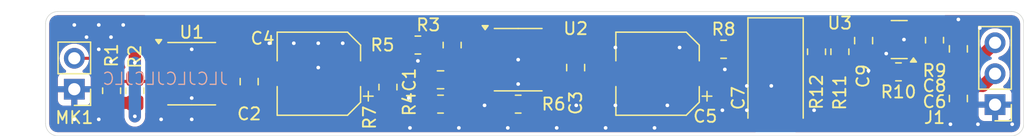
<source format=kicad_pcb>
(kicad_pcb (version 20240108) (generator "pcbnew") (generator_version "8.0")
  (layers (0 "F.Cu" signal) (31 "B.Cu" signal) (34 "B.Paste" user) (35 "F.Paste" user) (36 "B.SilkS" user "B.Silkscreen") (37 "F.SilkS" user "F.Silkscreen") (38 "B.Mask" user) (39 "F.Mask" user) (44 "Edge.Cuts" user))
  (net 0 "")
  (net 1 "GND")
  (net 2 "/VCC")
  (net 3 "/LN")
  (net 4 "/LP")
  (net 5 "/BUF_P")
  (net 6 "/BUF_N")
  (net 7 "Net-(U2--)")
  (net 8 "/MIC")
  (net 9 "Net-(C4-Pad1)")
  (net 10 "Net-(C5-Pad1)")
  (net 11 "/REG_FB")
  (net 18 "/BUF_N_REF")
  (footprint "Capacitor_SMD:CP_Elec_6.3x5.8" (layer "F.Cu") (at 130.05 40 180)
    (property "Reference" "C5" (at -3.9 -3.5 360) (layer "F.SilkS"))
    (property "Value" "47u 50V")
    (fp_line (start 3.41 3.41) (end 3.41 1.06) (stroke (width 0.12)) (layer "F.SilkS"))
    (fp_line (start 3.41 -3.41) (end 3.41 -1.06) (stroke (width 0.12)) (layer "F.SilkS"))
    (fp_line (start -2.345563 3.410001) (end 3.41 3.41) (stroke (width 0.12)) (layer "F.SilkS"))
    (fp_line (start -2.345563 -3.410001) (end 3.41 -3.41) (stroke (width 0.12)) (layer "F.SilkS"))
    (fp_line (start -3.410001 2.345563) (end -2.345563 3.410001) (stroke (width 0.12)) (layer "F.SilkS"))
    (fp_line (start -3.410001 2.345563) (end -3.41 1.06) (stroke (width 0.12)) (layer "F.SilkS"))
    (fp_line (start -3.410001 -2.345563) (end -2.345563 -3.410001) (stroke (width 0.12)) (layer "F.SilkS"))
    (fp_line (start -3.410001 -2.345563) (end -3.41 -1.06) (stroke (width 0.12)) (layer "F.SilkS"))
    (fp_line (start -4.04375 -2.24125) (end -4.043751 -1.45375) (stroke (width 0.12)) (layer "F.SilkS"))
    (fp_line (start -4.4375 -1.8475) (end -3.65 -1.8475) (stroke (width 0.12)) (layer "F.SilkS"))
    (pad "1" smd roundrect (at -2.7 0 180) (size 3.5 1.6) (layers "F.Cu" "F.Paste" "F.Mask") (roundrect_rratio 0.15625) (net 10 "Net-(C5-Pad1)"))
    (pad "2" smd roundrect (at 2.7 0 180) (size 3.5 1.6) (layers "F.Cu" "F.Paste" "F.Mask") (roundrect_rratio 0.15625) (net 6 "/BUF_N"))
  )
  (footprint "Resistor_SMD:R_0805_2012Metric_Pad1.20x1.40mm_HandSolder" (layer "F.Cu") (at 112.3 42.5)
    (property "Reference" "R4" (at -2.55 0 90) (layer "F.SilkS"))
    (property "Value" "47k")
    (fp_line (start -0.227064 -0.735) (end 0.227064 -0.735) (stroke (width 0.12)) (layer "F.SilkS"))
    (fp_line (start -0.227064 0.735) (end 0.227064 0.735) (stroke (width 0.12)) (layer "F.SilkS"))
    (pad "1" smd roundrect (at -1 0) (size 1.2 1.4) (layers "F.Cu" "F.Paste" "F.Mask") (roundrect_rratio 0.208333) (net 1 "GND"))
    (pad "2" smd roundrect (at 1 0) (size 1.2 1.4) (layers "F.Cu" "F.Paste" "F.Mask") (roundrect_rratio 0.208333) (net 18 "/BUF_N_REF"))
  )
  (footprint "Resistor_SMD:R_0805_2012Metric_Pad1.20x1.40mm_HandSolder" (layer "F.Cu") (at 85.4 41.4 90)
    (property "Reference" "R1" (at 2.9 0 90) (layer "F.SilkS"))
    (property "Value" "10k*")
    (fp_line (start -0.227064 -0.735) (end 0.227064 -0.735) (stroke (width 0.12)) (layer "F.SilkS"))
    (fp_line (start -0.227064 0.735) (end 0.227064 0.735) (stroke (width 0.12)) (layer "F.SilkS"))
    (pad "1" smd roundrect (at -1 0 90) (size 1.2 1.4) (layers "F.Cu" "F.Paste" "F.Mask") (roundrect_rratio 0.208333) (net 2 "/VCC"))
    (pad "2" smd roundrect (at 1 0 90) (size 1.2 1.4) (layers "F.Cu" "F.Paste" "F.Mask") (roundrect_rratio 0.208333) (net 8 "/MIC"))
  )
  (footprint "Capacitor_SMD:C_0805_2012Metric_Pad1.18x1.45mm_HandSolder" (layer "F.Cu") (at 154.65 42.0375 -90)
    (property "Reference" "C6" (at 0.2625 1.95 180) (layer "F.SilkS"))
    (property "Value" "22n")
    (fp_line (start -0.261253 0.735) (end 0.261253 0.735) (stroke (width 0.12)) (layer "F.SilkS"))
    (fp_line (start -0.261253 -0.735) (end 0.261253 -0.735) (stroke (width 0.12)) (layer "F.SilkS"))
    (pad "1" smd roundrect (at -1.0375 0 270) (size 1.175 1.45) (layers "F.Cu" "F.Paste" "F.Mask") (roundrect_rratio 0.212766) (net 4 "/LP"))
    (pad "2" smd roundrect (at 1.0375 0 270) (size 1.175 1.45) (layers "F.Cu" "F.Paste" "F.Mask") (roundrect_rratio 0.212766) (net 1 "GND"))
  )
  (footprint "Resistor_SMD:R_0805_2012Metric_Pad1.20x1.40mm_HandSolder" (layer "F.Cu") (at 110.45 37.65)
    (property "Reference" "R5" (at -2.9 0 360) (layer "F.SilkS"))
    (property "Value" "2.2k")
    (fp_line (start -0.227064 -0.735) (end 0.227064 -0.735) (stroke (width 0.12)) (layer "F.SilkS"))
    (fp_line (start -0.227064 0.735) (end 0.227064 0.735) (stroke (width 0.12)) (layer "F.SilkS"))
    (pad "1" smd roundrect (at -1 0) (size 1.2 1.4) (layers "F.Cu" "F.Paste" "F.Mask") (roundrect_rratio 0.208333) (net 5 "/BUF_P"))
    (pad "2" smd roundrect (at 1 0) (size 1.2 1.4) (layers "F.Cu" "F.Paste" "F.Mask") (roundrect_rratio 0.208333) (net 7 "Net-(U2--)"))
  )
  (footprint "Connector_PinHeader_2.54mm:PinHeader_1x02_P2.54mm_Vertical" (layer "F.Cu") (at 82.35 41.275 180)
    (property "Reference" "MK1" (at 0 -2.33 360) (layer "F.SilkS"))
    (property "Value" "Electret w/ FET")
    (fp_line (start 1.33 1.270001) (end 1.33 3.87) (stroke (width 0.12)) (layer "F.SilkS"))
    (fp_line (start -1.33 3.87) (end 1.33 3.87) (stroke (width 0.12)) (layer "F.SilkS"))
    (fp_line (start -1.33 1.270001) (end 1.33 1.270001) (stroke (width 0.12)) (layer "F.SilkS"))
    (fp_line (start -1.33 1.270001) (end -1.33 3.87) (stroke (width 0.12)) (layer "F.SilkS"))
    (fp_line (start -1.33 0) (end -1.33 -1.33) (stroke (width 0.12)) (layer "F.SilkS"))
    (fp_line (start -1.33 -1.33) (end 0 -1.33) (stroke (width 0.12)) (layer "F.SilkS"))
    (pad "1" thru_hole rect (at 0 0 180) (size 1.7 1.7) (drill 1) (layers "*.Cu" "*.Mask") (net 1 "GND"))
    (pad "2" thru_hole oval (at 0 2.54 180) (size 1.7 1.7) (drill 1) (layers "*.Cu" "*.Mask") (net 8 "/MIC"))
  )
  (footprint "Capacitor_SMD:C_0805_2012Metric_Pad1.18x1.45mm_HandSolder" (layer "F.Cu") (at 96.65 40.65 -90)
    (property "Reference" "C2" (at 2.65 0 180) (layer "F.SilkS"))
    (property "Value" "0.1u")
    (fp_line (start -0.261253 0.735) (end 0.261253 0.735) (stroke (width 0.12)) (layer "F.SilkS"))
    (fp_line (start -0.261253 -0.735) (end 0.261253 -0.735) (stroke (width 0.12)) (layer "F.SilkS"))
    (pad "1" smd roundrect (at -1.0375 0 270) (size 1.175 1.45) (layers "F.Cu" "F.Paste" "F.Mask") (roundrect_rratio 0.212766) (net 2 "/VCC"))
    (pad "2" smd roundrect (at 1.0375 0 270) (size 1.175 1.45) (layers "F.Cu" "F.Paste" "F.Mask") (roundrect_rratio 0.212766) (net 1 "GND"))
  )
  (footprint "Capacitor_Tantalum_SMD:CP_EIA-7343-31_Kemet-D_Pad2.25x2.55mm_HandSolder" (layer "F.Cu") (at 139.7 40 -90)
    (property "Reference" "C7" (at 2 3.05 90) (layer "F.SilkS"))
    (property "Value" "47u 25V")
    (fp_line (start -4.585 2.26) (end 3.65 2.26) (stroke (width 0.12)) (layer "F.SilkS"))
    (fp_line (start -4.585 -2.26) (end -4.585 2.26) (stroke (width 0.12)) (layer "F.SilkS"))
    (fp_line (start 3.65 -2.26) (end -4.585 -2.26) (stroke (width 0.12)) (layer "F.SilkS"))
    (pad "1" smd roundrect (at -3.2 0 270) (size 2.25 2.55) (layers "F.Cu" "F.Paste" "F.Mask") (roundrect_rratio 0.111111) (net 2 "/VCC"))
    (pad "2" smd roundrect (at 3.2 0 270) (size 2.25 2.55) (layers "F.Cu" "F.Paste" "F.Mask") (roundrect_rratio 0.111111) (net 1 "GND"))
  )
  (footprint "Resistor_SMD:R_0805_2012Metric_Pad1.20x1.40mm_HandSolder" (layer "F.Cu") (at 87.3 41.4 90)
    (property "Reference" "R2" (at 2.8 0 90) (layer "F.SilkS"))
    (property "Value" "~")
    (fp_line (start -0.227064 -0.735) (end 0.227064 -0.735) (stroke (width 0.12)) (layer "F.SilkS"))
    (fp_line (start -0.227064 0.735) (end 0.227064 0.735) (stroke (width 0.12)) (layer "F.SilkS"))
    (pad "1" smd roundrect (at -1 0 90) (size 1.2 1.4) (layers "F.Cu" "F.Paste" "F.Mask") (roundrect_rratio 0.208333) (net 2 "/VCC"))
    (pad "2" smd roundrect (at 1 0 90) (size 1.2 1.4) (layers "F.Cu" "F.Paste" "F.Mask") (roundrect_rratio 0.208333) (net 8 "/MIC"))
  )
  (footprint "Resistor_SMD:R_0805_2012Metric_Pad1.20x1.40mm_HandSolder" (layer "F.Cu") (at 118.65 42.5)
    (property "Reference" "R6" (at 2.9 0 360) (layer "F.SilkS"))
    (property "Value" "2.2k")
    (fp_line (start -0.227064 -0.735) (end 0.227064 -0.735) (stroke (width 0.12)) (layer "F.SilkS"))
    (fp_line (start -0.227064 0.735) (end 0.227064 0.735) (stroke (width 0.12)) (layer "F.SilkS"))
    (pad "1" smd roundrect (at -1 0) (size 1.2 1.4) (layers "F.Cu" "F.Paste" "F.Mask") (roundrect_rratio 0.208333) (net 7 "Net-(U2--)"))
    (pad "2" smd roundrect (at 1 0) (size 1.2 1.4) (layers "F.Cu" "F.Paste" "F.Mask") (roundrect_rratio 0.208333) (net 6 "/BUF_N"))
  )
  (footprint "Resistor_SMD:R_0805_2012Metric_Pad1.20x1.40mm_HandSolder" (layer "F.Cu") (at 135.45 38)
    (property "Reference" "R8" (at 0 -1.65 360) (layer "F.SilkS"))
    (property "Value" "47")
    (fp_line (start -0.227064 -0.735) (end 0.227064 -0.735) (stroke (width 0.12)) (layer "F.SilkS"))
    (fp_line (start -0.227064 0.735) (end 0.227064 0.735) (stroke (width 0.12)) (layer "F.SilkS"))
    (pad "1" smd roundrect (at -1 0) (size 1.2 1.4) (layers "F.Cu" "F.Paste" "F.Mask") (roundrect_rratio 0.208333) (net 10 "Net-(C5-Pad1)"))
    (pad "2" smd roundrect (at 1 0) (size 1.2 1.4) (layers "F.Cu" "F.Paste" "F.Mask") (roundrect_rratio 0.208333) (net 3 "/LN"))
  )
  (footprint "Package_SO:SOIC-8_3.9x4.9mm_P1.27mm" (layer "F.Cu") (at 118.65 38.85)
    (property "Reference" "U2" (at 4.7 -2.55 360) (layer "F.SilkS"))
    (property "Value" "OPA1641")
    (fp_line (start 0 -2.559999) (end -1.95 -2.56) (stroke (width 0.12)) (layer "F.SilkS"))
    (fp_line (start 0 -2.559999) (end 1.95 -2.56) (stroke (width 0.12)) (layer "F.SilkS"))
    (fp_line (start 0 2.559999) (end -1.95 2.56) (stroke (width 0.12)) (layer "F.SilkS"))
    (fp_line (start 0 2.559999) (end 1.95 2.56) (stroke (width 0.12)) (layer "F.SilkS"))
    (fp_poly (pts (xy -2.7 -2.465) (xy -2.939999 -2.795) (xy -2.46 -2.795) (xy -2.7 -2.465)) (stroke (width 0.12)) (fill solid) (layer "F.SilkS"))
    (pad "1" smd roundrect (at -2.475 -1.905) (size 1.95 0.6) (layers "F.Cu" "F.Paste" "F.Mask"))
    (pad "2" smd roundrect (at -2.475 -0.635) (size 1.95 0.6) (layers "F.Cu" "F.Paste" "F.Mask") (net 7 "Net-(U2--)"))
    (pad "3" smd roundrect (at -2.475 0.635) (size 1.95 0.6) (layers "F.Cu" "F.Paste" "F.Mask") (net 18 "/BUF_N_REF"))
    (pad "4" smd roundrect (at -2.475 1.905) (size 1.95 0.6) (layers "F.Cu" "F.Paste" "F.Mask") (net 1 "GND"))
    (pad "5" smd roundrect (at 2.475 1.905) (size 1.95 0.6) (layers "F.Cu" "F.Paste" "F.Mask"))
    (pad "6" smd roundrect (at 2.475 0.635) (size 1.95 0.6) (layers "F.Cu" "F.Paste" "F.Mask") (net 6 "/BUF_N"))
    (pad "7" smd roundrect (at 2.475 -0.635) (size 1.95 0.6) (layers "F.Cu" "F.Paste" "F.Mask") (net 2 "/VCC"))
    (pad "8" smd roundrect (at 2.475 -1.905) (size 1.95 0.6) (layers "F.Cu" "F.Paste" "F.Mask"))
  )
  (footprint "Resistor_SMD:R_0805_2012Metric_Pad1.20x1.40mm_HandSolder" (layer "F.Cu") (at 149.75 39.85 180)
    (property "Reference" "R10" (at 0 -1.65 360) (layer "F.SilkS"))
    (property "Value" "10k")
    (fp_line (start -0.227064 0.735) (end 0.227064 0.735) (stroke (width 0.12)) (layer "F.SilkS"))
    (fp_line (start -0.227064 -0.735) (end 0.227064 -0.735) (stroke (width 0.12)) (layer "F.SilkS"))
    (pad "1" smd roundrect (at -1 0 180) (size 1.2 1.4) (layers "F.Cu" "F.Paste" "F.Mask") (roundrect_rratio 0.208333) (net 11 "/REG_FB"))
    (pad "2" smd roundrect (at 1 0 180) (size 1.2 1.4) (layers "F.Cu" "F.Paste" "F.Mask") (roundrect_rratio 0.208333) (net 1 "GND"))
  )
  (footprint "Package_SO:SOIC-8_3.9x4.9mm_P1.27mm" (layer "F.Cu") (at 91.95 40)
    (property "Reference" "U1" (at 0 -3.4 360) (layer "F.SilkS"))
    (property "Value" "OPA1641")
    (fp_line (start 0 -2.559999) (end -1.95 -2.56) (stroke (width 0.12)) (layer "F.SilkS"))
    (fp_line (start 0 -2.559999) (end 1.95 -2.56) (stroke (width 0.12)) (layer "F.SilkS"))
    (fp_line (start 0 2.559999) (end -1.95 2.56) (stroke (width 0.12)) (layer "F.SilkS"))
    (fp_line (start 0 2.559999) (end 1.95 2.56) (stroke (width 0.12)) (layer "F.SilkS"))
    (fp_poly (pts (xy -2.7 -2.465) (xy -2.939999 -2.795) (xy -2.46 -2.795) (xy -2.7 -2.465)) (stroke (width 0.12)) (fill solid) (layer "F.SilkS"))
    (pad "1" smd roundrect (at -2.475 -1.905) (size 1.95 0.6) (layers "F.Cu" "F.Paste" "F.Mask"))
    (pad "2" smd roundrect (at -2.475 -0.635) (size 1.95 0.6) (layers "F.Cu" "F.Paste" "F.Mask") (net 5 "/BUF_P"))
    (pad "3" smd roundrect (at -2.475 0.635) (size 1.95 0.6) (layers "F.Cu" "F.Paste" "F.Mask") (net 8 "/MIC"))
    (pad "4" smd roundrect (at -2.475 1.905) (size 1.95 0.6) (layers "F.Cu" "F.Paste" "F.Mask") (net 1 "GND"))
    (pad "5" smd roundrect (at 2.475 1.905) (size 1.95 0.6) (layers "F.Cu" "F.Paste" "F.Mask"))
    (pad "6" smd roundrect (at 2.475 0.635) (size 1.95 0.6) (layers "F.Cu" "F.Paste" "F.Mask") (net 5 "/BUF_P"))
    (pad "7" smd roundrect (at 2.475 -0.635) (size 1.95 0.6) (layers "F.Cu" "F.Paste" "F.Mask") (net 2 "/VCC"))
    (pad "8" smd roundrect (at 2.475 -1.905) (size 1.95 0.6) (layers "F.Cu" "F.Paste" "F.Mask"))
  )
  (footprint "Capacitor_SMD:CP_Elec_6.3x5.8" (layer "F.Cu") (at 102.35 40 180)
    (property "Reference" "C4" (at 4.6 2.9 360) (layer "F.SilkS"))
    (property "Value" "47u 50V")
    (fp_line (start 3.41 3.41) (end 3.41 1.06) (stroke (width 0.12)) (layer "F.SilkS"))
    (fp_line (start 3.41 -3.41) (end 3.41 -1.06) (stroke (width 0.12)) (layer "F.SilkS"))
    (fp_line (start -2.345563 3.410001) (end 3.41 3.41) (stroke (width 0.12)) (layer "F.SilkS"))
    (fp_line (start -2.345563 -3.410001) (end 3.41 -3.41) (stroke (width 0.12)) (layer "F.SilkS"))
    (fp_line (start -3.410001 2.345563) (end -2.345563 3.410001) (stroke (width 0.12)) (layer "F.SilkS"))
    (fp_line (start -3.410001 2.345563) (end -3.41 1.06) (stroke (width 0.12)) (layer "F.SilkS"))
    (fp_line (start -3.410001 -2.345563) (end -2.345563 -3.410001) (stroke (width 0.12)) (layer "F.SilkS"))
    (fp_line (start -3.410001 -2.345563) (end -3.41 -1.06) (stroke (width 0.12)) (layer "F.SilkS"))
    (fp_line (start -4.04375 -2.24125) (end -4.043751 -1.45375) (stroke (width 0.12)) (layer "F.SilkS"))
    (fp_line (start -4.4375 -1.8475) (end -3.65 -1.8475) (stroke (width 0.12)) (layer "F.SilkS"))
    (pad "1" smd roundrect (at -2.7 0 180) (size 3.5 1.6) (layers "F.Cu" "F.Paste" "F.Mask") (roundrect_rratio 0.15625) (net 9 "Net-(C4-Pad1)"))
    (pad "2" smd roundrect (at 2.7 0 180) (size 3.5 1.6) (layers "F.Cu" "F.Paste" "F.Mask") (roundrect_rratio 0.15625) (net 5 "/BUF_P"))
  )
  (footprint "Resistor_SMD:R_0805_2012Metric_Pad1.20x1.40mm_HandSolder" (layer "F.Cu") (at 144.960001 38.2 -90)
    (property "Reference" "R11" (at 3.35 0.010001 90) (layer "F.SilkS"))
    (property "Value" "2.2k")
    (fp_line (start -0.227064 0.735) (end 0.227064 0.735) (stroke (width 0.12)) (layer "F.SilkS"))
    (fp_line (start -0.227064 -0.735) (end 0.227064 -0.735) (stroke (width 0.12)) (layer "F.SilkS"))
    (pad "1" smd roundrect (at -1 0 270) (size 1.2 1.4) (layers "F.Cu" "F.Paste" "F.Mask") (roundrect_rratio 0.208333) (net 2 "/VCC"))
    (pad "2" smd roundrect (at 1 0 270) (size 1.2 1.4) (layers "F.Cu" "F.Paste" "F.Mask") (roundrect_rratio 0.208333) (net 3 "/LN"))
  )
  (footprint "Capacitor_SMD:C_0805_2012Metric_Pad1.18x1.45mm_HandSolder" (layer "F.Cu") (at 123.35 39.5 -90)
    (property "Reference" "C3" (at 2.9 0 90) (layer "F.SilkS"))
    (property "Value" "0.1u")
    (fp_line (start -0.261253 0.735) (end 0.261253 0.735) (stroke (width 0.12)) (layer "F.SilkS"))
    (fp_line (start -0.261253 -0.735) (end 0.261253 -0.735) (stroke (width 0.12)) (layer "F.SilkS"))
    (pad "1" smd roundrect (at -1.0375 0 270) (size 1.175 1.45) (layers "F.Cu" "F.Paste" "F.Mask") (roundrect_rratio 0.212766) (net 2 "/VCC"))
    (pad "2" smd roundrect (at 1.0375 0 270) (size 1.175 1.45) (layers "F.Cu" "F.Paste" "F.Mask") (roundrect_rratio 0.212766) (net 1 "GND"))
  )
  (footprint "Connector_PinHeader_2.54mm:PinHeader_1x03_P2.54mm_Vertical" (layer "F.Cu") (at 157.65 42.54 180)
    (property "Reference" "J1" (at 4.95 -1.06 180) (layer "F.SilkS"))
    (property "Value" "XLR3")
    (fp_line (start 1.33 1.27) (end 1.33 6.41) (stroke (width 0.12)) (layer "F.SilkS"))
    (fp_line (start -1.33 6.41) (end 1.33 6.41) (stroke (width 0.12)) (layer "F.SilkS"))
    (fp_line (start -1.33 1.27) (end 1.33 1.27) (stroke (width 0.12)) (layer "F.SilkS"))
    (fp_line (start -1.33 1.27) (end -1.33 6.41) (stroke (width 0.12)) (layer "F.SilkS"))
    (fp_line (start -1.33 0) (end -1.33 -1.33) (stroke (width 0.12)) (layer "F.SilkS"))
    (fp_line (start -1.33 -1.33) (end 0 -1.33) (stroke (width 0.12)) (layer "F.SilkS"))
    (pad "1" thru_hole rect (at 0 0 180) (size 1.7 1.7) (drill 1) (layers "*.Cu" "*.Mask") (net 1 "GND"))
    (pad "2" thru_hole oval (at 0 2.54 180) (size 1.7 1.7) (drill 1) (layers "*.Cu" "*.Mask") (net 4 "/LP"))
    (pad "3" thru_hole oval (at 0 5.08 180) (size 1.7 1.7) (drill 1) (layers "*.Cu" "*.Mask") (net 3 "/LN"))
  )
  (footprint "Capacitor_SMD:C_0805_2012Metric_Pad1.18x1.45mm_HandSolder" (layer "F.Cu") (at 146.9 37.2875 -90)
    (property "Reference" "C9" (at 2.9125 0.05 90) (layer "F.SilkS"))
    (property "Value" "0.1u")
    (fp_line (start -0.261253 0.735) (end 0.261253 0.735) (stroke (width 0.12)) (layer "F.SilkS"))
    (fp_line (start -0.261253 -0.735) (end 0.261253 -0.735) (stroke (width 0.12)) (layer "F.SilkS"))
    (pad "1" smd roundrect (at -1.0375 0 270) (size 1.175 1.45) (layers "F.Cu" "F.Paste" "F.Mask") (roundrect_rratio 0.212766) (net 2 "/VCC"))
    (pad "2" smd roundrect (at 1.0375 0 270) (size 1.175 1.45) (layers "F.Cu" "F.Paste" "F.Mask") (roundrect_rratio 0.212766) (net 1 "GND"))
  )
  (footprint "Resistor_SMD:R_0805_2012Metric_Pad1.20x1.40mm_HandSolder" (layer "F.Cu") (at 108 41.1 -90)
    (property "Reference" "R7" (at 2.5 1.5 -90) (layer "F.SilkS"))
    (property "Value" "47")
    (fp_line (start -0.227064 0.735) (end 0.227064 0.735) (stroke (width 0.12)) (layer "F.SilkS"))
    (fp_line (start -0.227064 -0.735) (end 0.227064 -0.735) (stroke (width 0.12)) (layer "F.SilkS"))
    (pad "1" smd roundrect (at -1 0 270) (size 1.2 1.4) (layers "F.Cu" "F.Paste" "F.Mask") (roundrect_rratio 0.208333) (net 9 "Net-(C4-Pad1)"))
    (pad "2" smd roundrect (at 1 0 270) (size 1.2 1.4) (layers "F.Cu" "F.Paste" "F.Mask") (roundrect_rratio 0.208333) (net 4 "/LP"))
  )
  (footprint "Capacitor_SMD:C_0805_2012Metric_Pad1.18x1.45mm_HandSolder" (layer "F.Cu") (at 112.3 40.5 180)
    (property "Reference" "C1" (at 2.55 0 90) (layer "F.SilkS"))
    (property "Value" "0.1u")
    (fp_line (start -0.261253 0.735) (end 0.261253 0.735) (stroke (width 0.12)) (layer "F.SilkS"))
    (fp_line (start -0.261253 -0.735) (end 0.261253 -0.735) (stroke (width 0.12)) (layer "F.SilkS"))
    (pad "1" smd roundrect (at -1.0375 0 180) (size 1.175 1.45) (layers "F.Cu" "F.Paste" "F.Mask") (roundrect_rratio 0.212766) (net 18 "/BUF_N_REF"))
    (pad "2" smd roundrect (at 1.0375 0 180) (size 1.175 1.45) (layers "F.Cu" "F.Paste" "F.Mask") (roundrect_rratio 0.212766) (net 1 "GND"))
  )
  (footprint "Resistor_SMD:R_0805_2012Metric_Pad1.20x1.40mm_HandSolder" (layer "F.Cu") (at 152.7 37.25 -90)
    (property "Reference" "R9" (at 2.5 0 180) (layer "F.SilkS"))
    (property "Value" "68k")
    (fp_line (start -0.227064 0.735) (end 0.227064 0.735) (stroke (width 0.12)) (layer "F.SilkS"))
    (fp_line (start -0.227064 -0.735) (end 0.227064 -0.735) (stroke (width 0.12)) (layer "F.SilkS"))
    (pad "1" smd roundrect (at -1 0 270) (size 1.2 1.4) (layers "F.Cu" "F.Paste" "F.Mask") (roundrect_rratio 0.208333) (net 2 "/VCC"))
    (pad "2" smd roundrect (at 1 0 270) (size 1.2 1.4) (layers "F.Cu" "F.Paste" "F.Mask") (roundrect_rratio 0.208333) (net 11 "/REG_FB"))
  )
  (footprint "Package_TO_SOT_SMD:SOT-23" (layer "F.Cu") (at 149.8125 37.2 180)
    (property "Reference" "U3" (at 4.8625 1.35 360) (layer "F.SilkS"))
    (property "Value" "TS432")
    (fp_line (start 0 1.560001) (end 0.65 1.56) (stroke (width 0.12)) (layer "F.SilkS"))
    (fp_line (start 0 1.560001) (end -0.65 1.56) (stroke (width 0.12)) (layer "F.SilkS"))
    (fp_line (start 0 -1.560001) (end 0.65 -1.56) (stroke (width 0.12)) (layer "F.SilkS"))
    (fp_line (start 0 -1.560001) (end -0.65 -1.56) (stroke (width 0.12)) (layer "F.SilkS"))
    (fp_poly (pts (xy -1.1625 -1.51) (xy -1.4025 -1.84) (xy -0.9225 -1.839999) (xy -1.1625 -1.51)) (stroke (width 0.12)) (fill solid) (layer "F.SilkS"))
    (pad "1" smd roundrect (at -0.9375 -0.95 180) (size 1.475 0.6) (layers "F.Cu" "F.Paste" "F.Mask") (net 11 "/REG_FB"))
    (pad "2" smd roundrect (at -0.9375 0.95 180) (size 1.475 0.6) (layers "F.Cu" "F.Paste" "F.Mask") (net 2 "/VCC"))
    (pad "3" smd roundrect (at 0.937501 0 180) (size 1.475 0.6) (layers "F.Cu" "F.Paste" "F.Mask") (net 1 "GND"))
  )
  (footprint "Capacitor_SMD:C_0805_2012Metric_Pad1.18x1.45mm_HandSolder" (layer "F.Cu") (at 154.65 37.9625 90)
    (property "Reference" "C8" (at -3.0375 -1.95 180) (layer "F.SilkS"))
    (property "Value" "22n")
    (fp_line (start -0.261253 -0.735) (end 0.261253 -0.735) (stroke (width 0.12)) (layer "F.SilkS"))
    (fp_line (start -0.261253 0.735) (end 0.261253 0.735) (stroke (width 0.12)) (layer "F.SilkS"))
    (pad "1" smd roundrect (at -1.0375 0 90) (size 1.175 1.45) (layers "F.Cu" "F.Paste" "F.Mask") (roundrect_rratio 0.212766) (net 3 "/LN"))
    (pad "2" smd roundrect (at 1.0375 0 90) (size 1.175 1.45) (layers "F.Cu" "F.Paste" "F.Mask") (roundrect_rratio 0.212766) (net 1 "GND"))
  )
  (footprint "Resistor_SMD:R_0805_2012Metric_Pad1.20x1.40mm_HandSolder" (layer "F.Cu") (at 113.25 37.65 90)
    (property "Reference" "R3" (at 1.65 -1.95 180) (layer "F.SilkS"))
    (property "Value" "47k")
    (fp_line (start -0.227064 -0.735) (end 0.227064 -0.735) (stroke (width 0.12)) (layer "F.SilkS"))
    (fp_line (start -0.227064 0.735) (end 0.227064 0.735) (stroke (width 0.12)) (layer "F.SilkS"))
    (pad "1" smd roundrect (at -1 0 90) (size 1.2 1.4) (layers "F.Cu" "F.Paste" "F.Mask") (roundrect_rratio 0.208333) (net 18 "/BUF_N_REF"))
    (pad "2" smd roundrect (at 1 0 90) (size 1.2 1.4) (layers "F.Cu" "F.Paste" "F.Mask") (roundrect_rratio 0.208333) (net 2 "/VCC"))
  )
  (footprint "Resistor_SMD:R_0805_2012Metric_Pad1.20x1.40mm_HandSolder" (layer "F.Cu") (at 143.05 38.2 -90)
    (property "Reference" "R12" (at 3.3 0 90) (layer "F.SilkS"))
    (property "Value" "2.2k")
    (fp_line (start -0.227064 0.735) (end 0.227064 0.735) (stroke (width 0.12)) (layer "F.SilkS"))
    (fp_line (start -0.227064 -0.735) (end 0.227064 -0.735) (stroke (width 0.12)) (layer "F.SilkS"))
    (pad "1" smd roundrect (at -1 0 270) (size 1.2 1.4) (layers "F.Cu" "F.Paste" "F.Mask") (roundrect_rratio 0.208333) (net 2 "/VCC"))
    (pad "2" smd roundrect (at 1 0 270) (size 1.2 1.4) (layers "F.Cu" "F.Paste" "F.Mask") (roundrect_rratio 0.208333) (net 4 "/LP"))
  )
  (gr_line (start 159 45.1) (end 81 45.1) (stroke (width 0.05)) (layer "Edge.Cuts"))
  (gr_line (start 81 34.9) (end 159 34.9) (stroke (width 0.05)) (layer "Edge.Cuts"))
  (gr_arc (start 160 44.1) (mid 159.707107 44.807107) (end 159 45.1) (stroke (width 0.05)) (layer "Edge.Cuts"))
  (gr_arc (start 81 45.1) (mid 80.292893 44.807107) (end 80 44.1) (stroke (width 0.05)) (layer "Edge.Cuts"))
  (gr_arc (start 80 35.9) (mid 80.292893 35.192893) (end 81 34.9) (stroke (width 0.05)) (layer "Edge.Cuts"))
  (gr_line (start 80 44.1) (end 80 35.9) (stroke (width 0.05)) (layer "Edge.Cuts"))
  (gr_line (start 160 35.9) (end 160 44.1) (stroke (width 0.05)) (layer "Edge.Cuts"))
  (gr_arc (start 159 34.9) (mid 159.707107 35.192893) (end 160 35.9) (stroke (width 0.05)) (layer "Edge.Cuts"))
  (gr_text "JLCJLCJLCJLC" (at 95 41 0) (layer "B.SilkS") (effects (font (size 1 1) (thickness 0.1)) (justify left bottom mirror)))
  (via (at 104.3 37.5) (size 0.6) (drill 0.3) (layers "F.Cu" "B.Cu") (net 1))
  (via (at 137.35 41) (size 0.6) (drill 0.3) (layers "F.Cu" "B.Cu") (net 1))
  (via (at 113.8 44.45) (size 0.6) (drill 0.3) (layers "F.Cu" "B.Cu") (net 1))
  (via (at 115.9 42.6) (size 0.6) (drill 0.3) (layers "F.Cu" "B.Cu") (net 1))
  (via (at 139.35 41) (size 0.6) (drill 0.3) (layers "F.Cu" "B.Cu") (net 1))
  (via (at 135.35 43) (size 0.6) (drill 0.3) (layers "F.Cu" "B.Cu") (net 1))
  (via (at 121.8 44.45) (size 0.6) (drill 0.3) (layers "F.Cu" "B.Cu") (net 1))
  (via (at 154 44.15) (size 0.6) (drill 0.3) (layers "F.Cu" "B.Cu") (net 1))
  (via (at 147.3 39.75) (size 0.6) (drill 0.3) (layers "F.Cu" "B.Cu") (net 1))
  (via (at 109.7 42) (size 0.6) (drill 0.3) (layers "F.Cu" "B.Cu") (net 1))
  (via (at 98.3 37.5) (size 0.6) (drill 0.3) (layers "F.Cu" "B.Cu") (net 1))
  (via (at 102.3 39.5) (size 0.6) (drill 0.3) (layers "F.Cu" "B.Cu") (net 1))
  (via (at 150.2 37.2) (size 0.6) (drill 0.3) (layers "F.Cu" "B.Cu") (net 1))
  (via (at 156.25 44.15) (size 0.6) (drill 0.3) (layers "F.Cu" "B.Cu") (net 1))
  (via (at 117.8 44.45) (size 0.6) (drill 0.3) (layers "F.Cu" "B.Cu") (net 1))
  (via (at 110.45 38.95) (size 0.6) (drill 0.3) (layers "F.Cu" "B.Cu") (net 1))
  (via (at 91.95 38) (size 0.6) (drill 0.3) (layers "F.Cu" "B.Cu") (net 1))
  (via (at 148.75 38.35) (size 0.6) (drill 0.3) (layers "F.Cu" "B.Cu") (net 1))
  (via (at 123.4 42.6) (size 0.6) (drill 0.3) (layers "F.Cu" "B.Cu") (net 1))
  (via (at 83.35 37) (size 0.6) (drill 0.3) (layers "F.Cu" "B.Cu") (net 1))
  (via (at 126.6 42.6) (size 0.6) (drill 0.3) (layers "F.Cu" "B.Cu") (net 1))
  (via (at 159.05 44.15) (size 0.6) (drill 0.3) (layers "F.Cu" "B.Cu") (net 1))
  (via (at 82.35 43.75) (size 0.6) (drill 0.3) (layers "F.Cu" "B.Cu") (net 1))
  (via (at 89.45 43.75) (size 0.6) (drill 0.3) (layers "F.Cu" "B.Cu") (net 1))
  (via (at 135.55 39.65) (size 0.6) (drill 0.3) (layers "F.Cu" "B.Cu") (net 1))
  (via (at 84.35 38) (size 0.6) (drill 0.3) (layers "F.Cu" "B.Cu") (net 1))
  (via (at 154.65 35.55) (size 0.6) (drill 0.3) (layers "F.Cu" "B.Cu") (net 1))
  (via (at 85.35 39) (size 0.6) (drill 0.3) (layers "F.Cu" "B.Cu") (net 1))
  (via (at 137.35 43) (size 0.6) (drill 0.3) (layers "F.Cu" "B.Cu") (net 1))
  (via (at 130.85 42.6) (size 0.6) (drill 0.3) (layers "F.Cu" "B.Cu") (net 1))
  (via (at 142.85 43) (size 0.6) (drill 0.3) (layers "F.Cu" "B.Cu") (net 1))
  (via (at 91.95 42) (size 0.6) (drill 0.3) (layers "F.Cu" "B.Cu") (net 1))
  (via (at 100.3 37.5) (size 0.6) (drill 0.3) (layers "F.Cu" "B.Cu") (net 1))
  (via (at 125.8 44.45) (size 0.6) (drill 0.3) (layers "F.Cu" "B.Cu") (net 1))
  (via (at 126.6 37.85) (size 0.6) (drill 0.3) (layers "F.Cu" "B.Cu") (net 1))
  (via (at 131.85 37.85) (size 0.6) (drill 0.3) (layers "F.Cu" "B.Cu") (net 1))
  (via (at 84.35 43.75) (size 0.6) (drill 0.3) (layers "F.Cu" "B.Cu") (net 1))
  (via (at 102.3 37.5) (size 0.6) (drill 0.3) (layers "F.Cu" "B.Cu") (net 1))
  (via (at 85.35 37) (size 0.6) (drill 0.3) (layers "F.Cu" "B.Cu") (net 1))
  (via (at 84.35 36) (size 0.6) (drill 0.3) (layers "F.Cu" "B.Cu") (net 1))
  (via (at 118.65 38.85) (size 0.6) (drill 0.3) (layers "F.Cu" "B.Cu") (net 1))
  (via (at 82.35 36) (size 0.6) (drill 0.3) (layers "F.Cu" "B.Cu") (net 1))
  (via (at 118.65 40.85) (size 0.6) (drill 0.3) (layers "F.Cu" "B.Cu") (net 1))
  (via (at 109.8 44.45) (size 0.6) (drill 0.3) (layers "F.Cu" "B.Cu") (net 1))
  (via (at 129.8 44.45) (size 0.6) (drill 0.3) (layers "F.Cu" "B.Cu") (net 1))
  (via (at 91.95 43.75) (size 0.6) (drill 0.3) (layers "F.Cu" "B.Cu") (net 1))
  (via (at 156.4 36.25) (size 0.6) (drill 0.3) (layers "F.Cu" "B.Cu") (net 1))
  (via (at 86.35 36) (size 0.6) (drill 0.3) (layers "F.Cu" "B.Cu") (net 1))
  (segment (start 137.7 36.8) (end 136.8 35.9) (width 1) (layer "F.Cu") (net 2))
  (segment (start 150.75 36.25) (end 146.9 36.25) (width 0.5) (layer "F.Cu") (net 2))
  (segment (start 146.9 36.25) (end 146.35 36.8) (width 1) (layer "F.Cu") (net 2))
  (segment (start 121.125 38.215) (end 123.1025 38.215) (width 0.5) (layer "F.Cu") (net 2))
  (segment (start 87.3 39.1) (end 87.3 37.5) (width 1) (layer "F.Cu") (net 2))
  (segment (start 136.8 35.9) (end 88.9 35.9) (width 1) (layer "F.Cu") (net 2))
  (segment (start 152.7 36.25) (end 150.75 36.25) (width 0.25) (layer "F.Cu") (net 2))
  (segment (start 123.35 35.9) (end 123.35 38.4625) (width 1) (layer "F.Cu") (net 2))
  (segment (start 139.7 36.8) (end 137.7 36.8) (width 1) (layer "F.Cu") (net 2))
  (segment (start 87.3 37.5) (end 88.9 35.9) (width 1) (layer "F.Cu") (net 2))
  (segment (start 87.3 42.4) (end 87.3 43.5) (width 1) (layer "F.Cu") (net 2))
  (segment (start 87.3 42.4) (end 85.4 42.4) (width 1) (layer "F.Cu") (net 2))
  (segment (start 146.35 36.8) (end 140.25 36.8) (width 1) (layer "F.Cu") (net 2))
  (segment (start 96.65 35.9) (end 96.65 39.6125) (width 1) (layer "F.Cu") (net 2))
  (segment (start 94.425 39.365) (end 96.4025 39.365) (width 0.5) (layer "F.Cu") (net 2))
  (via (at 87.3 39.1) (size 0.6) (drill 0.3) (layers "F.Cu" "B.Cu") (net 2))
  (via (at 87.3 43.5) (size 0.6) (drill 0.3) (layers "F.Cu" "B.Cu") (net 2))
  (segment (start 87.3 43.5) (end 87.3 39.1) (width 1) (layer "B.Cu") (net 2))
  (segment (start 136.45 38) (end 136.725 38.275) (width 0.25) (layer "F.Cu") (net 3))
  (segment (start 136.725 38.275) (end 144.035001 38.275) (width 0.25) (layer "F.Cu") (net 3))
  (segment (start 154.25 39) (end 152 41.25) (width 1) (layer "F.Cu") (net 3))
  (segment (start 156.110001 39) (end 154.65 39) (width 1) (layer "F.Cu") (net 3))
  (segment (start 154.9 39) (end 154.25 39) (width 1) (layer "F.Cu") (net 3))
  (segment (start 144.035001 38.275) (end 144.960001 39.2) (width 0.25) (layer "F.Cu") (net 3))
  (segment (start 157.65 37.460001) (end 156.110001 39) (width 1) (layer "F.Cu") (net 3))
  (segment (start 144.960001 39.310001) (end 144.960001 39.2) (width 1) (layer "F.Cu") (net 3))
  (segment (start 152 41.25) (end 146.9 41.25) (width 1) (layer "F.Cu") (net 3))
  (segment (start 146.9 41.25) (end 144.960001 39.310001) (width 1) (layer "F.Cu") (net 3))
  (segment (start 152.91207 42.65) (end 145.5 42.65) (width 1) (layer "F.Cu") (net 4))
  (segment (start 137.65 39.2) (end 143.05 39.2) (width 0.25) (layer "F.Cu") (net 4))
  (segment (start 154.65 41) (end 156.65 41) (width 1) (layer "F.Cu") (net 4))
  (segment (start 133.2 43.65) (end 137.65 39.2) (width 0.25) (layer "F.Cu") (net 4))
  (segment (start 145.5 42.65) (end 143.05 40.2) (width 1) (layer "F.Cu") (net 4))
  (segment (start 154.56207 41) (end 152.91207 42.65) (width 1) (layer "F.Cu") (net 4))
  (segment (start 156.65 41) (end 157.65 40) (width 1) (layer "F.Cu") (net 4))
  (segment (start 109.55 43.65) (end 133.2 43.65) (width 0.25) (layer "F.Cu") (net 4))
  (segment (start 143.05 40.2) (end 143.05 39.2) (width 1) (layer "F.Cu") (net 4))
  (segment (start 108 42.1) (end 109.55 43.65) (width 0.25) (layer "F.Cu") (net 4))
  (segment (start 154.65 41) (end 154.56207 41) (width 1) (layer "F.Cu") (net 4))
  (segment (start 90.449999 39.365) (end 91.719999 40.635) (width 0.25) (layer "F.Cu") (net 5))
  (segment (start 89.475 39.365) (end 90.449999 39.365) (width 0.25) (layer "F.Cu") (net 5))
  (segment (start 91.719999 40.635) (end 94.425 40.635) (width 0.25) (layer "F.Cu") (net 5))
  (segment (start 108.75 41.125) (end 109.45 40.425) (width 0.25) (layer "F.Cu") (net 5))
  (segment (start 101.725 41.125) (end 108.75 41.125) (width 0.25) (layer "F.Cu") (net 5))
  (segment (start 101.1 40.5) (end 101.725 41.125) (width 0.25) (layer "F.Cu") (net 5))
  (segment (start 94.425 40.635) (end 99.015 40.635) (width 0.25) (layer "F.Cu") (net 5))
  (segment (start 109.45 40.425) (end 109.45 37.65) (width 0.25) (layer "F.Cu") (net 5))
  (segment (start 120.150001 39.485) (end 121.125 39.485) (width 0.25) (layer "F.Cu") (net 6))
  (segment (start 119.65 39.985001) (end 120.150001 39.485) (width 0.25) (layer "F.Cu") (net 6))
  (segment (start 121.125 39.485) (end 126.835 39.485) (width 0.25) (layer "F.Cu") (net 6))
  (segment (start 119.65 42.5) (end 119.65 39.985001) (width 0.25) (layer "F.Cu") (net 6))
  (segment (start 117.149999 38.215) (end 116.175 38.215) (width 0.25) (layer "F.Cu") (net 7))
  (segment (start 117.65 38.715001) (end 117.149999 38.215) (width 0.25) (layer "F.Cu") (net 7))
  (segment (start 115.4 38.1) (end 114.95 37.65) (width 0.25) (layer "F.Cu") (net 7))
  (segment (start 117.65 42.5) (end 117.65 38.715001) (width 0.25) (layer "F.Cu") (net 7))
  (segment (start 114.95 37.65) (end 111.45 37.65) (width 0.25) (layer "F.Cu") (net 7))
  (segment (start 89.475 40.635) (end 85.635 40.635) (width 0.25) (layer "F.Cu") (net 8))
  (segment (start 83.735 38.735) (end 85.4 40.4) (width 0.25) (layer "F.Cu") (net 8))
  (segment (start 82.35 38.735) (end 83.735 38.735) (width 0.25) (layer "F.Cu") (net 8))
  (segment (start 108 40.1) (end 105.15 40.1) (width 0.25) (layer "F.Cu") (net 9))
  (segment (start 134.2 39.9) (end 134.2 38.05) (width 0.25) (layer "F.Cu") (net 10))
  (segment (start 152.7 38.25) (end 150.85 38.25) (width 0.25) (layer "F.Cu") (net 11))
  (segment (start 150.75 39.85) (end 150.75 38.15) (width 0.25) (layer "F.Cu") (net 11))
  (segment (start 113.3 42.5) (end 113.3 39.45) (width 0.5) (layer "F.Cu") (net 18))
  (segment (start 115.425 39.485) (end 113.335 39.485) (width 0.5) (layer "F.Cu") (net 18))
  (segment (start 113.3 39.45) (end 113.3 38.7) (width 0.5) (layer "F.Cu") (net 18))
  (zone (net 1) (net_name "GND") (layer "F.Cu") (priority 1) (connect_pads (clearance 0.35)) (min_thickness 0.25) (fill yes (thermal_gap 0.5) (thermal_bridge_width 0.5))
    (polygon (pts (xy 80 34.9) (xy 160 34.9) (xy 160 45.1) (xy 80 45.1)))
  )
  (zone (net 1) (net_name "GND") (layer "B.Cu") (connect_pads (clearance 0.35)) (min_thickness 0.25) (fill yes (thermal_gap 0.5) (thermal_bridge_width 0.5))
    (polygon (pts (xy 80 34.9) (xy 160 34.9) (xy 160 45.1) (xy 80 45.1)))
  )
)
</source>
